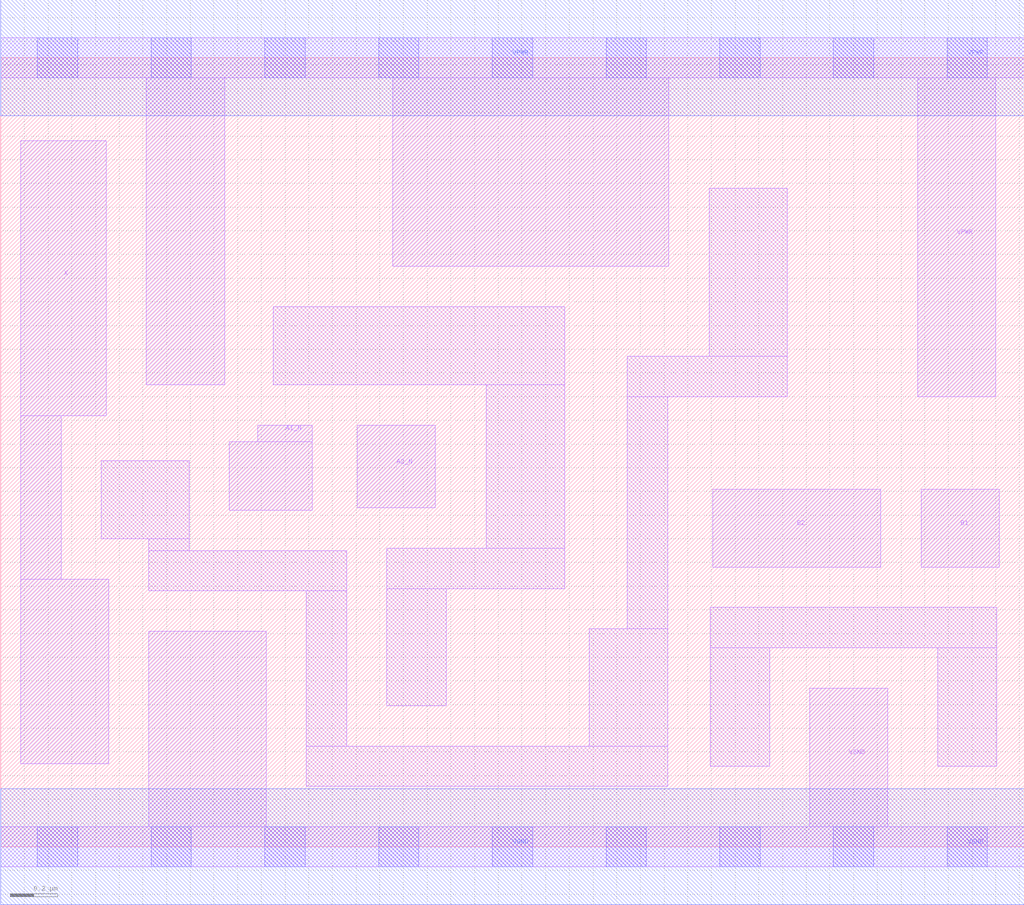
<source format=lef>
# Copyright 2020 The SkyWater PDK Authors
#
# Licensed under the Apache License, Version 2.0 (the "License");
# you may not use this file except in compliance with the License.
# You may obtain a copy of the License at
#
#     https://www.apache.org/licenses/LICENSE-2.0
#
# Unless required by applicable law or agreed to in writing, software
# distributed under the License is distributed on an "AS IS" BASIS,
# WITHOUT WARRANTIES OR CONDITIONS OF ANY KIND, either express or implied.
# See the License for the specific language governing permissions and
# limitations under the License.
#
# SPDX-License-Identifier: Apache-2.0

VERSION 5.7 ;
  NAMESCASESENSITIVE ON ;
  NOWIREEXTENSIONATPIN ON ;
  DIVIDERCHAR "/" ;
  BUSBITCHARS "[]" ;
UNITS
  DATABASE MICRONS 200 ;
END UNITS
MACRO sky130_fd_sc_ms__o2bb2a_1
  CLASS CORE ;
  SOURCE USER ;
  FOREIGN sky130_fd_sc_ms__o2bb2a_1 ;
  ORIGIN  0.000000  0.000000 ;
  SIZE  4.320000 BY  3.330000 ;
  SYMMETRY X Y ;
  SITE unit ;
  PIN A1_N
    ANTENNAGATEAREA  0.247200 ;
    DIRECTION INPUT ;
    USE SIGNAL ;
    PORT
      LAYER li1 ;
        RECT 0.965000 1.420000 1.315000 1.710000 ;
        RECT 1.085000 1.710000 1.315000 1.780000 ;
    END
  END A1_N
  PIN A2_N
    ANTENNAGATEAREA  0.247200 ;
    DIRECTION INPUT ;
    USE SIGNAL ;
    PORT
      LAYER li1 ;
        RECT 1.505000 1.430000 1.835000 1.780000 ;
    END
  END A2_N
  PIN B1
    ANTENNAGATEAREA  0.276000 ;
    DIRECTION INPUT ;
    USE SIGNAL ;
    PORT
      LAYER li1 ;
        RECT 3.885000 1.180000 4.215000 1.510000 ;
    END
  END B1
  PIN B2
    ANTENNAGATEAREA  0.276000 ;
    DIRECTION INPUT ;
    USE SIGNAL ;
    PORT
      LAYER li1 ;
        RECT 3.005000 1.180000 3.715000 1.510000 ;
    END
  END B2
  PIN X
    ANTENNADIFFAREA  0.524500 ;
    DIRECTION OUTPUT ;
    USE SIGNAL ;
    PORT
      LAYER li1 ;
        RECT 0.085000 0.350000 0.455000 1.130000 ;
        RECT 0.085000 1.130000 0.255000 1.820000 ;
        RECT 0.085000 1.820000 0.445000 2.980000 ;
    END
  END X
  PIN VGND
    DIRECTION INOUT ;
    USE GROUND ;
    PORT
      LAYER li1 ;
        RECT 0.000000 -0.085000 4.320000 0.085000 ;
        RECT 0.625000  0.085000 1.120000 0.910000 ;
        RECT 3.415000  0.085000 3.745000 0.670000 ;
      LAYER mcon ;
        RECT 0.155000 -0.085000 0.325000 0.085000 ;
        RECT 0.635000 -0.085000 0.805000 0.085000 ;
        RECT 1.115000 -0.085000 1.285000 0.085000 ;
        RECT 1.595000 -0.085000 1.765000 0.085000 ;
        RECT 2.075000 -0.085000 2.245000 0.085000 ;
        RECT 2.555000 -0.085000 2.725000 0.085000 ;
        RECT 3.035000 -0.085000 3.205000 0.085000 ;
        RECT 3.515000 -0.085000 3.685000 0.085000 ;
        RECT 3.995000 -0.085000 4.165000 0.085000 ;
      LAYER met1 ;
        RECT 0.000000 -0.245000 4.320000 0.245000 ;
    END
  END VGND
  PIN VPWR
    DIRECTION INOUT ;
    USE POWER ;
    PORT
      LAYER li1 ;
        RECT 0.000000 3.245000 4.320000 3.415000 ;
        RECT 0.615000 1.950000 0.945000 3.245000 ;
        RECT 1.655000 2.450000 2.820000 3.245000 ;
        RECT 3.870000 1.900000 4.200000 3.245000 ;
      LAYER mcon ;
        RECT 0.155000 3.245000 0.325000 3.415000 ;
        RECT 0.635000 3.245000 0.805000 3.415000 ;
        RECT 1.115000 3.245000 1.285000 3.415000 ;
        RECT 1.595000 3.245000 1.765000 3.415000 ;
        RECT 2.075000 3.245000 2.245000 3.415000 ;
        RECT 2.555000 3.245000 2.725000 3.415000 ;
        RECT 3.035000 3.245000 3.205000 3.415000 ;
        RECT 3.515000 3.245000 3.685000 3.415000 ;
        RECT 3.995000 3.245000 4.165000 3.415000 ;
      LAYER met1 ;
        RECT 0.000000 3.085000 4.320000 3.575000 ;
    END
  END VPWR
  OBS
    LAYER li1 ;
      RECT 0.425000 1.300000 0.795000 1.630000 ;
      RECT 0.625000 1.080000 1.460000 1.250000 ;
      RECT 0.625000 1.250000 0.795000 1.300000 ;
      RECT 1.150000 1.950000 2.380000 2.280000 ;
      RECT 1.290000 0.255000 2.815000 0.425000 ;
      RECT 1.290000 0.425000 1.460000 1.080000 ;
      RECT 1.630000 0.595000 1.880000 1.090000 ;
      RECT 1.630000 1.090000 2.380000 1.260000 ;
      RECT 2.050000 1.260000 2.380000 1.950000 ;
      RECT 2.485000 0.425000 2.815000 0.920000 ;
      RECT 2.645000 0.920000 2.815000 1.900000 ;
      RECT 2.645000 1.900000 3.320000 2.070000 ;
      RECT 2.990000 2.070000 3.320000 2.780000 ;
      RECT 2.995000 0.340000 3.245000 0.840000 ;
      RECT 2.995000 0.840000 4.205000 1.010000 ;
      RECT 3.955000 0.340000 4.205000 0.840000 ;
  END
END sky130_fd_sc_ms__o2bb2a_1

</source>
